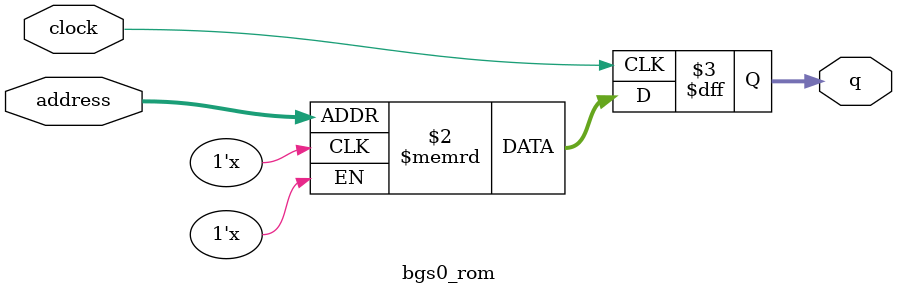
<source format=sv>
module bgs0_rom (
	input logic clock,
	input logic [17:0] address,
	output logic [3:0] q
);

logic [3:0] memory [0:245759] /* synthesis ram_init_file = "./bgs0/bgs0.mif" */;

always_ff @ (posedge clock) begin
	q <= memory[address];
end

endmodule

</source>
